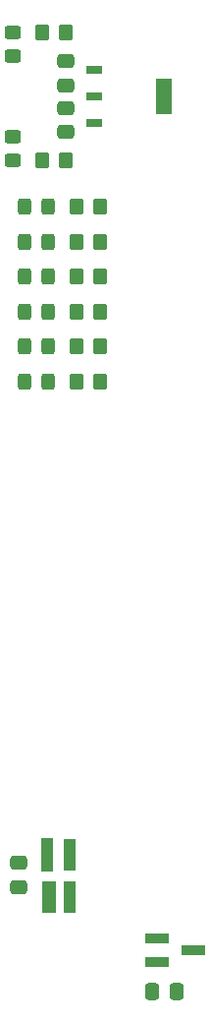
<source format=gbr>
%TF.GenerationSoftware,KiCad,Pcbnew,(6.0.0)*%
%TF.CreationDate,2024-03-23T23:35:01-05:00*%
%TF.ProjectId,MCD,4d43442e-6b69-4636-9164-5f7063625858,rev?*%
%TF.SameCoordinates,Original*%
%TF.FileFunction,Paste,Top*%
%TF.FilePolarity,Positive*%
%FSLAX46Y46*%
G04 Gerber Fmt 4.6, Leading zero omitted, Abs format (unit mm)*
G04 Created by KiCad (PCBNEW (6.0.0)) date 2024-03-23 23:35:01*
%MOMM*%
%LPD*%
G01*
G04 APERTURE LIST*
G04 Aperture macros list*
%AMRoundRect*
0 Rectangle with rounded corners*
0 $1 Rounding radius*
0 $2 $3 $4 $5 $6 $7 $8 $9 X,Y pos of 4 corners*
0 Add a 4 corners polygon primitive as box body*
4,1,4,$2,$3,$4,$5,$6,$7,$8,$9,$2,$3,0*
0 Add four circle primitives for the rounded corners*
1,1,$1+$1,$2,$3*
1,1,$1+$1,$4,$5*
1,1,$1+$1,$6,$7*
1,1,$1+$1,$8,$9*
0 Add four rect primitives between the rounded corners*
20,1,$1+$1,$2,$3,$4,$5,0*
20,1,$1+$1,$4,$5,$6,$7,0*
20,1,$1+$1,$6,$7,$8,$9,0*
20,1,$1+$1,$8,$9,$2,$3,0*%
%AMOutline4P*
0 Free polygon, 4 corners , with rotation*
0 The origin of the aperture is its center*
0 number of corners: always 4*
0 $1 to $8 corner X, Y*
0 $9 Rotation angle, in degrees counterclockwise*
0 create outline with 4 corners*
4,1,4,$1,$2,$3,$4,$5,$6,$7,$8,$1,$2,$9*%
G04 Aperture macros list end*
%ADD10R,1.200000X2.800000*%
%ADD11R,1.000000X2.800000*%
%ADD12Outline4P,-0.500000X-1.400000X0.500000X-1.400000X0.500000X1.400000X-0.500000X1.400000X0.000000*%
%ADD13R,2.032000X0.878794*%
%ADD14R,2.032000X0.878796*%
%ADD15R,2.032000X0.965200*%
%ADD16RoundRect,0.250000X-0.325000X-0.450000X0.325000X-0.450000X0.325000X0.450000X-0.325000X0.450000X0*%
%ADD17RoundRect,0.250000X0.350000X0.450000X-0.350000X0.450000X-0.350000X-0.450000X0.350000X-0.450000X0*%
%ADD18RoundRect,0.250000X0.450000X-0.325000X0.450000X0.325000X-0.450000X0.325000X-0.450000X-0.325000X0*%
%ADD19R,1.456400X0.800000*%
%ADD20R,1.456400X3.099999*%
%ADD21RoundRect,0.250000X0.475000X-0.337500X0.475000X0.337500X-0.475000X0.337500X-0.475000X-0.337500X0*%
%ADD22RoundRect,0.250000X-0.475000X0.337500X-0.475000X-0.337500X0.475000X-0.337500X0.475000X0.337500X0*%
%ADD23RoundRect,0.250000X-0.337500X-0.475000X0.337500X-0.475000X0.337500X0.475000X-0.337500X0.475000X0*%
%ADD24RoundRect,0.250000X-0.450000X0.325000X-0.450000X-0.325000X0.450000X-0.325000X0.450000X0.325000X0*%
G04 APERTURE END LIST*
D10*
%TO.C,U8*%
X108130000Y-166400000D03*
D11*
X109850000Y-166400000D03*
X109850000Y-162800000D03*
D12*
X107950000Y-162800000D03*
%TD*%
D13*
%TO.C,U10*%
X117425200Y-169984000D03*
D14*
X117425200Y-172016000D03*
D15*
X120524000Y-170949200D03*
%TD*%
D16*
%TO.C,D5*%
X106000000Y-116000000D03*
X108050000Y-116000000D03*
%TD*%
D17*
%TO.C,R21*%
X112500000Y-119000000D03*
X110500000Y-119000000D03*
%TD*%
D18*
%TO.C,D1*%
X105000000Y-94025000D03*
X105000000Y-91975000D03*
%TD*%
D16*
%TO.C,D4*%
X106000000Y-113000000D03*
X108050000Y-113000000D03*
%TD*%
D17*
%TO.C,R23*%
X109500000Y-103000000D03*
X107500000Y-103000000D03*
%TD*%
D19*
%TO.C,U7*%
X112025800Y-95200000D03*
X112025800Y-97500000D03*
X112025800Y-99800000D03*
D20*
X117974200Y-97500000D03*
%TD*%
D16*
%TO.C,D7*%
X106000000Y-122000000D03*
X108050000Y-122000000D03*
%TD*%
D21*
%TO.C,C19*%
X109500000Y-100537500D03*
X109500000Y-98462500D03*
%TD*%
D16*
%TO.C,D2*%
X105975000Y-107000000D03*
X108025000Y-107000000D03*
%TD*%
D17*
%TO.C,R22*%
X112500000Y-122000000D03*
X110500000Y-122000000D03*
%TD*%
%TO.C,R18*%
X112500000Y-110000000D03*
X110500000Y-110000000D03*
%TD*%
D22*
%TO.C,C21*%
X105500000Y-165537500D03*
X105500000Y-163462500D03*
%TD*%
D17*
%TO.C,R17*%
X112475000Y-107000000D03*
X110475000Y-107000000D03*
%TD*%
%TO.C,R19*%
X112500000Y-113000000D03*
X110500000Y-113000000D03*
%TD*%
%TO.C,R20*%
X112500000Y-116000000D03*
X110500000Y-116000000D03*
%TD*%
D22*
%TO.C,C18*%
X109500000Y-94462500D03*
X109500000Y-96537500D03*
%TD*%
D23*
%TO.C,C20*%
X117000000Y-174500000D03*
X119075000Y-174500000D03*
%TD*%
D16*
%TO.C,D3*%
X106000000Y-110000000D03*
X108050000Y-110000000D03*
%TD*%
D24*
%TO.C,D8*%
X105000000Y-100975000D03*
X105000000Y-103025000D03*
%TD*%
D17*
%TO.C,R16*%
X109500000Y-92000000D03*
X107500000Y-92000000D03*
%TD*%
D16*
%TO.C,D6*%
X106000000Y-119000000D03*
X108050000Y-119000000D03*
%TD*%
M02*

</source>
